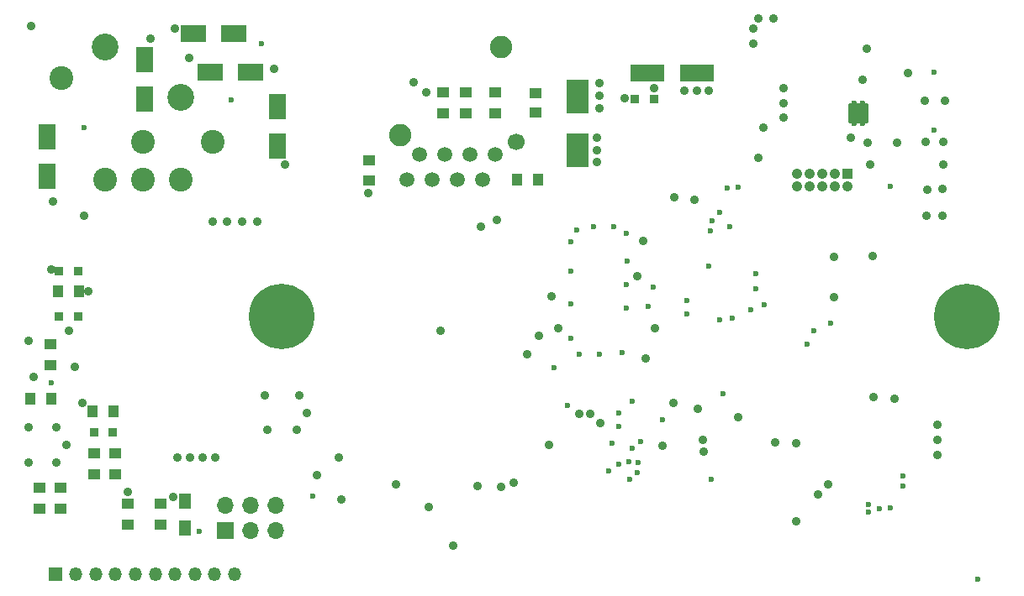
<source format=gbr>
G04 #@! TF.GenerationSoftware,KiCad,Pcbnew,5.1.4+dfsg1-1*
G04 #@! TF.CreationDate,2021-01-01T15:39:33+01:00*
G04 #@! TF.ProjectId,MIDI_FOOTSWITCH,4d494449-5f46-44f4-9f54-535749544348,rev?*
G04 #@! TF.SameCoordinates,PX4c4b400PY1312d00*
G04 #@! TF.FileFunction,Soldermask,Bot*
G04 #@! TF.FilePolarity,Negative*
%FSLAX46Y46*%
G04 Gerber Fmt 4.6, Leading zero omitted, Abs format (unit mm)*
G04 Created by KiCad (PCBNEW 5.1.4+dfsg1-1) date 2021-01-01 15:39:33*
%MOMM*%
%LPD*%
G04 APERTURE LIST*
%ADD10C,2.700000*%
%ADD11C,2.400000*%
%ADD12C,1.500000*%
%ADD13C,2.250000*%
%ADD14C,1.700000*%
%ADD15R,1.300000X1.000000*%
%ADD16R,1.050000X1.050000*%
%ADD17C,1.050000*%
%ADD18R,1.300000X1.500000*%
%ADD19C,6.600000*%
%ADD20R,1.250000X1.000000*%
%ADD21R,0.900000X0.900000*%
%ADD22R,3.500000X1.800000*%
%ADD23R,2.300000X3.500000*%
%ADD24R,1.000000X1.300000*%
%ADD25R,2.500000X1.800000*%
%ADD26R,1.800000X2.500000*%
%ADD27O,1.350000X1.350000*%
%ADD28R,1.350000X1.350000*%
%ADD29O,1.700000X1.700000*%
%ADD30R,1.700000X1.700000*%
%ADD31C,0.889000*%
%ADD32C,0.600000*%
%ADD33C,1.200000*%
%ADD34C,0.254000*%
G04 APERTURE END LIST*
D10*
X9190000Y-3860000D03*
D11*
X13000000Y-17200000D03*
X4750000Y-7030000D03*
X13000000Y-13385000D03*
X9190000Y-17200000D03*
X16810000Y-17200000D03*
X19980000Y-13385000D03*
D10*
X16810000Y-8940000D03*
D12*
X48440000Y-14700000D03*
X47170000Y-17240000D03*
X45900000Y-14700000D03*
X44630000Y-17240000D03*
X43360000Y-14700000D03*
X42090000Y-17240000D03*
X40820000Y-14700000D03*
X39550000Y-17240000D03*
D13*
X49080000Y-3900000D03*
X38920000Y-12790000D03*
D14*
X50595000Y-13430400D03*
D15*
X35800000Y-17350000D03*
X35800000Y-15250000D03*
D16*
X83941760Y-16677600D03*
D17*
X82671760Y-16677600D03*
X81401760Y-16677600D03*
X80131760Y-16677600D03*
X78861760Y-16677600D03*
X82671760Y-17947600D03*
X81401760Y-17947600D03*
X80131760Y-17947600D03*
X78861760Y-17947600D03*
X83941760Y-17947600D03*
D18*
X17250000Y-52350000D03*
X17250000Y-49650000D03*
D19*
X27000000Y-31000000D03*
X96000000Y-31000000D03*
D20*
X52500000Y-10500000D03*
X52500000Y-8500000D03*
D21*
X64450000Y-9100000D03*
X62550000Y-9100000D03*
D22*
X63750000Y-6500000D03*
X68750000Y-6500000D03*
D23*
X56750000Y-14250000D03*
X56750000Y-8850000D03*
D15*
X43250000Y-10550000D03*
X43250000Y-8450000D03*
X45500000Y-8450000D03*
X45500000Y-10550000D03*
D24*
X52750000Y-17200000D03*
X50650000Y-17200000D03*
D15*
X48500000Y-10550000D03*
X48500000Y-8450000D03*
X10200000Y-44850000D03*
X10200000Y-46950000D03*
X8100000Y-46950000D03*
X8100000Y-44850000D03*
X4700000Y-50450000D03*
X4700000Y-48350000D03*
X2600000Y-48350000D03*
X2600000Y-50450000D03*
D24*
X1650000Y-39300000D03*
X3750000Y-39300000D03*
X6550000Y-28500000D03*
X4450000Y-28500000D03*
D21*
X4550000Y-26500000D03*
X6450000Y-26500000D03*
D15*
X11500000Y-49950000D03*
X11500000Y-52050000D03*
X14750000Y-52050000D03*
X14750000Y-49950000D03*
D21*
X4550000Y-31000000D03*
X6450000Y-31000000D03*
X9950000Y-42700000D03*
X8050000Y-42700000D03*
D24*
X7950000Y-40600000D03*
X10050000Y-40600000D03*
D15*
X3700000Y-35950000D03*
X3700000Y-33850000D03*
D25*
X18100000Y-2500000D03*
X22100000Y-2500000D03*
D26*
X13175000Y-5150000D03*
X13175000Y-9150000D03*
D25*
X23800000Y-6375000D03*
X19800000Y-6375000D03*
D26*
X3300000Y-12900000D03*
X3300000Y-16900000D03*
X26500000Y-9850000D03*
X26500000Y-13850000D03*
D27*
X22219999Y-57000000D03*
X20219999Y-57000000D03*
X18219999Y-57000000D03*
X16219999Y-57000000D03*
X14219999Y-57000000D03*
X12219999Y-57000000D03*
X10219999Y-57000000D03*
X8219999Y-57000000D03*
X6219999Y-57000000D03*
D28*
X4219999Y-57000000D03*
D29*
X26355000Y-50085000D03*
X26355000Y-52625000D03*
X23815000Y-50085000D03*
X23815000Y-52625000D03*
X21275000Y-50085000D03*
D30*
X21275000Y-52625000D03*
D31*
X64557900Y-32257900D03*
X16000000Y-49250000D03*
X1500000Y-42250000D03*
X4250000Y-42250000D03*
X5250000Y-44000000D03*
X1500000Y-45750000D03*
X4250000Y-45750000D03*
X25250000Y-39000000D03*
X28750000Y-39000000D03*
X29500000Y-40750000D03*
X25500000Y-42500000D03*
X28500000Y-42500000D03*
X58750000Y-13000000D03*
X58750000Y-14250000D03*
X58750000Y-15500000D03*
X61500000Y-9000000D03*
X38500000Y-48000000D03*
X66450000Y-39800000D03*
X51700000Y-34850000D03*
X54150000Y-29000000D03*
X63400000Y-23400000D03*
D32*
X60366255Y-21937622D03*
X58366255Y-21937621D03*
X61766255Y-25437622D03*
X61666255Y-27837622D03*
X56966255Y-34837622D03*
X58966255Y-34837622D03*
X61266255Y-34637622D03*
X56066255Y-33237621D03*
X61672535Y-30210622D03*
X63866256Y-30037622D03*
X56084536Y-29737622D03*
X56066255Y-26437621D03*
X56084535Y-23537622D03*
X56666255Y-22337621D03*
X61666255Y-22637622D03*
D31*
X68500000Y-19250000D03*
D32*
X70000000Y-26000000D03*
X85462500Y-9500000D03*
X84637500Y-11568750D03*
X84637500Y-9500000D03*
D33*
X85050000Y-10500000D03*
D32*
X85462500Y-11568750D03*
D31*
X90000000Y-6500000D03*
D32*
X92700000Y-6400000D03*
X92700000Y-12200000D03*
D31*
X93600000Y-13400000D03*
X91800000Y-13400000D03*
X84300000Y-13000000D03*
X86000000Y-13500000D03*
X88900000Y-13500000D03*
X93600000Y-15700000D03*
X86200000Y-15700000D03*
X85500000Y-7200000D03*
X85900000Y-4000000D03*
X72900000Y-41200000D03*
X11500000Y-48700000D03*
X49100000Y-48200000D03*
X35700000Y-18600000D03*
X76700000Y-43700000D03*
X82600000Y-29100000D03*
X86500000Y-24900000D03*
X86600000Y-39200000D03*
X7500000Y-28500000D03*
D32*
X87200000Y-50400000D03*
X86100000Y-50000000D03*
X86100000Y-50800000D03*
X89550000Y-48150000D03*
X89550000Y-47100000D03*
X88250000Y-50300000D03*
D31*
X78800000Y-51700000D03*
X77500000Y-8000000D03*
X77500000Y-9500000D03*
X77500000Y-11000000D03*
X75500000Y-12000000D03*
X75000000Y-15000000D03*
X1500000Y-33500000D03*
X6900000Y-39800000D03*
X48600000Y-21300000D03*
D32*
X64400000Y-28100000D03*
D31*
X2000000Y-37100000D03*
X3900000Y-19400000D03*
X27300000Y-15700000D03*
X16250000Y-2000000D03*
X13750000Y-3000000D03*
X17675000Y-5000000D03*
X1750000Y-1750000D03*
D32*
X97100000Y-57500000D03*
D31*
X91950000Y-18225000D03*
X93475000Y-18200000D03*
X93475000Y-20850000D03*
X91925000Y-20850000D03*
X69350000Y-43525000D03*
X69450000Y-44700000D03*
X50300000Y-47775000D03*
X56910000Y-40860000D03*
X58060000Y-40870000D03*
X59080000Y-41760000D03*
X44250000Y-54170000D03*
D32*
X55750000Y-40000000D03*
X74190000Y-30380000D03*
X75600000Y-29884900D03*
X54400000Y-36200000D03*
X67750000Y-29410622D03*
X72093740Y-22000000D03*
D31*
X68883781Y-40365199D03*
X66500000Y-19000000D03*
X91750000Y-9250000D03*
X93750000Y-9250000D03*
X41750000Y-50250000D03*
X46700000Y-48100000D03*
X78800000Y-43800000D03*
X82600000Y-25000000D03*
X88700000Y-39300000D03*
X43000000Y-32500000D03*
X47000000Y-22000000D03*
X62750000Y-27000000D03*
X65325000Y-44050000D03*
X54800000Y-32190000D03*
D32*
X70100000Y-22400000D03*
X30100000Y-49150000D03*
X18650000Y-52750000D03*
X70300000Y-21400000D03*
X71100000Y-20500000D03*
D31*
X82000000Y-48000000D03*
X81000000Y-49000000D03*
X53875000Y-44025000D03*
X59000000Y-7500000D03*
X59000000Y-8750000D03*
X59000000Y-10000000D03*
X40250000Y-7400000D03*
X41550000Y-8450000D03*
D32*
X70210000Y-47430000D03*
X67810000Y-30770000D03*
X63075000Y-43663235D03*
X62250000Y-39575000D03*
X62250000Y-44300000D03*
X60890000Y-40740000D03*
X79900000Y-33800000D03*
X62775000Y-46825000D03*
X62021464Y-47421464D03*
X80560000Y-32480000D03*
X72350000Y-31175000D03*
X62850000Y-45750000D03*
X71050000Y-31350000D03*
X61925000Y-45725000D03*
X60925000Y-45950000D03*
X60925000Y-42125000D03*
X59925000Y-46650000D03*
X60224999Y-43800001D03*
X71450000Y-38850000D03*
X65330000Y-41450000D03*
D31*
X75000000Y-1000000D03*
X76500000Y-1000000D03*
X74500000Y-2000000D03*
X74500000Y-3500000D03*
X16500000Y-45250000D03*
X17750000Y-45250000D03*
X19000000Y-45250000D03*
X20250000Y-45250000D03*
X93000000Y-42000000D03*
X93000000Y-45000000D03*
X93000000Y-43500000D03*
X64500000Y-8000000D03*
X63600000Y-35300000D03*
X52894499Y-32944499D03*
X33000000Y-49500000D03*
X32700000Y-45300000D03*
X30500000Y-47000000D03*
X6100000Y-36100000D03*
D32*
X74750000Y-28250000D03*
X71800000Y-18100000D03*
X7100000Y-12000000D03*
D31*
X7100000Y-20900000D03*
D32*
X74750000Y-26750000D03*
X72896034Y-18003966D03*
D31*
X67500000Y-8250000D03*
X68750000Y-8250000D03*
X70000000Y-8250000D03*
X20000000Y-21500000D03*
X21500000Y-21500000D03*
X23000000Y-21500000D03*
X24500000Y-21500000D03*
X3745533Y-26254467D03*
X5500000Y-32500000D03*
D32*
X24900000Y-3500000D03*
X21875000Y-9175000D03*
D31*
X26200000Y-6100000D03*
D32*
X3800000Y-37700000D03*
X88250000Y-17875000D03*
X82280000Y-31700000D03*
D34*
G36*
X85873000Y-11373000D02*
G01*
X84127000Y-11373000D01*
X84127000Y-9627000D01*
X85873000Y-9627000D01*
X85873000Y-11373000D01*
X85873000Y-11373000D01*
G37*
X85873000Y-11373000D02*
X84127000Y-11373000D01*
X84127000Y-9627000D01*
X85873000Y-9627000D01*
X85873000Y-11373000D01*
M02*

</source>
